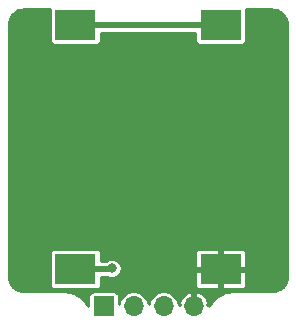
<source format=gbr>
%TF.GenerationSoftware,KiCad,Pcbnew,(5.1.6)-1*%
%TF.CreationDate,2022-09-21T14:30:55-04:00*%
%TF.ProjectId,EXT_BATT_4.5,4558545f-4241-4545-945f-342e352e6b69,rev?*%
%TF.SameCoordinates,Original*%
%TF.FileFunction,Copper,L2,Bot*%
%TF.FilePolarity,Positive*%
%FSLAX46Y46*%
G04 Gerber Fmt 4.6, Leading zero omitted, Abs format (unit mm)*
G04 Created by KiCad (PCBNEW (5.1.6)-1) date 2022-09-21 14:30:55*
%MOMM*%
%LPD*%
G01*
G04 APERTURE LIST*
%TA.AperFunction,SMDPad,CuDef*%
%ADD10R,3.500000X2.600000*%
%TD*%
%TA.AperFunction,ComponentPad*%
%ADD11R,1.700000X1.700000*%
%TD*%
%TA.AperFunction,ComponentPad*%
%ADD12O,1.700000X1.700000*%
%TD*%
%TA.AperFunction,ViaPad*%
%ADD13C,0.800000*%
%TD*%
%TA.AperFunction,Conductor*%
%ADD14C,0.500000*%
%TD*%
%TA.AperFunction,Conductor*%
%ADD15C,0.254000*%
%TD*%
G04 APERTURE END LIST*
D10*
%TO.P,BT2,2*%
%TO.N,Net-(BT2-Pad2)*%
X123100000Y-77950000D03*
%TO.P,BT2,1*%
%TO.N,Net-(BT1-Pad2)*%
X123100000Y-98650000D03*
%TD*%
%TO.P,BT3,1*%
%TO.N,Net-(BT2-Pad2)*%
X135400000Y-77950000D03*
%TO.P,BT3,2*%
%TO.N,GND*%
X135400000Y-98650000D03*
%TD*%
D11*
%TO.P,J1,1*%
%TO.N,VDD*%
X125500000Y-101800000D03*
D12*
%TO.P,J1,2*%
%TO.N,Net-(J1-Pad2)*%
X128040000Y-101800000D03*
%TO.P,J1,3*%
%TO.N,Net-(J1-Pad3)*%
X130580000Y-101800000D03*
%TO.P,J1,4*%
%TO.N,GND*%
X133120000Y-101800000D03*
%TD*%
D13*
%TO.N,Net-(BT1-Pad2)*%
X126200000Y-98600000D03*
%TO.N,GND*%
X121149998Y-95400012D03*
%TD*%
D14*
%TO.N,Net-(BT1-Pad2)*%
X123100000Y-98650000D02*
X126150000Y-98650000D01*
X126150000Y-98650000D02*
X126200000Y-98600000D01*
%TO.N,Net-(BT2-Pad2)*%
X135400000Y-77950000D02*
X123100000Y-77950000D01*
%TD*%
D15*
%TO.N,GND*%
G36*
X120920934Y-79250000D02*
G01*
X120929178Y-79333707D01*
X120953595Y-79414196D01*
X120993245Y-79488376D01*
X121046605Y-79553395D01*
X121111624Y-79606755D01*
X121185804Y-79646405D01*
X121266293Y-79670822D01*
X121350000Y-79679066D01*
X124850000Y-79679066D01*
X124933707Y-79670822D01*
X125014196Y-79646405D01*
X125088376Y-79606755D01*
X125153395Y-79553395D01*
X125206755Y-79488376D01*
X125246405Y-79414196D01*
X125270822Y-79333707D01*
X125279066Y-79250000D01*
X125279066Y-78627000D01*
X133220934Y-78627000D01*
X133220934Y-79250000D01*
X133229178Y-79333707D01*
X133253595Y-79414196D01*
X133293245Y-79488376D01*
X133346605Y-79553395D01*
X133411624Y-79606755D01*
X133485804Y-79646405D01*
X133566293Y-79670822D01*
X133650000Y-79679066D01*
X137150000Y-79679066D01*
X137233707Y-79670822D01*
X137314196Y-79646405D01*
X137388376Y-79606755D01*
X137453395Y-79553395D01*
X137506755Y-79488376D01*
X137546405Y-79414196D01*
X137570822Y-79333707D01*
X137579066Y-79250000D01*
X137579066Y-76652000D01*
X139677891Y-76652000D01*
X139961406Y-76679799D01*
X140212855Y-76755715D01*
X140444772Y-76879027D01*
X140648319Y-77045036D01*
X140815746Y-77247420D01*
X140940673Y-77478468D01*
X141018343Y-77729381D01*
X141048001Y-78011552D01*
X141048000Y-99177891D01*
X141020201Y-99461407D01*
X140944283Y-99712858D01*
X140820972Y-99944773D01*
X140654964Y-100148319D01*
X140452578Y-100315747D01*
X140221532Y-100440673D01*
X139970619Y-100518343D01*
X139688458Y-100548000D01*
X136377795Y-100548000D01*
X136357669Y-100549982D01*
X136346467Y-100549904D01*
X136340186Y-100550520D01*
X135990813Y-100587241D01*
X135950669Y-100595481D01*
X135910442Y-100603155D01*
X135904405Y-100604978D01*
X135904399Y-100604979D01*
X135904393Y-100604981D01*
X135568813Y-100708860D01*
X135531056Y-100724731D01*
X135493062Y-100740082D01*
X135487495Y-100743042D01*
X135487491Y-100743044D01*
X135487490Y-100743045D01*
X135178471Y-100910131D01*
X135144519Y-100933032D01*
X135110228Y-100955471D01*
X135105337Y-100959460D01*
X134834657Y-101183386D01*
X134805790Y-101212456D01*
X134776521Y-101241118D01*
X134772498Y-101245981D01*
X134550467Y-101518218D01*
X134527803Y-101552330D01*
X134504652Y-101586141D01*
X134501650Y-101591693D01*
X134397000Y-101788511D01*
X134397000Y-101672998D01*
X134283926Y-101672998D01*
X134355164Y-101475786D01*
X134268180Y-101241047D01*
X134137072Y-101027788D01*
X133966878Y-100844205D01*
X133764139Y-100697353D01*
X133536646Y-100592875D01*
X133444213Y-100564842D01*
X133247000Y-100636662D01*
X133247000Y-101673000D01*
X133267000Y-101673000D01*
X133267000Y-101927000D01*
X133247000Y-101927000D01*
X133247000Y-101947000D01*
X132993000Y-101947000D01*
X132993000Y-101927000D01*
X132973000Y-101927000D01*
X132973000Y-101673000D01*
X132993000Y-101673000D01*
X132993000Y-100636662D01*
X132795787Y-100564842D01*
X132703354Y-100592875D01*
X132475861Y-100697353D01*
X132273122Y-100844205D01*
X132102928Y-101027788D01*
X131971820Y-101241047D01*
X131884836Y-101475786D01*
X131956074Y-101672998D01*
X131856756Y-101672998D01*
X131807926Y-101427513D01*
X131711663Y-101195114D01*
X131571911Y-100985960D01*
X131394040Y-100808089D01*
X131184886Y-100668337D01*
X130952487Y-100572074D01*
X130705774Y-100523000D01*
X130454226Y-100523000D01*
X130207513Y-100572074D01*
X129975114Y-100668337D01*
X129765960Y-100808089D01*
X129588089Y-100985960D01*
X129448337Y-101195114D01*
X129352074Y-101427513D01*
X129310000Y-101639034D01*
X129267926Y-101427513D01*
X129171663Y-101195114D01*
X129031911Y-100985960D01*
X128854040Y-100808089D01*
X128644886Y-100668337D01*
X128412487Y-100572074D01*
X128165774Y-100523000D01*
X127914226Y-100523000D01*
X127667513Y-100572074D01*
X127435114Y-100668337D01*
X127225960Y-100808089D01*
X127048089Y-100985960D01*
X126908337Y-101195114D01*
X126812074Y-101427513D01*
X126779066Y-101593456D01*
X126779066Y-100950000D01*
X126770822Y-100866293D01*
X126746405Y-100785804D01*
X126706755Y-100711624D01*
X126653395Y-100646605D01*
X126588376Y-100593245D01*
X126514196Y-100553595D01*
X126433707Y-100529178D01*
X126350000Y-100520934D01*
X124650000Y-100520934D01*
X124566293Y-100529178D01*
X124485804Y-100553595D01*
X124411624Y-100593245D01*
X124346605Y-100646605D01*
X124293245Y-100711624D01*
X124253595Y-100785804D01*
X124229178Y-100866293D01*
X124220934Y-100950000D01*
X124220934Y-101820871D01*
X124089869Y-101578471D01*
X124066968Y-101544519D01*
X124044529Y-101510228D01*
X124040540Y-101505337D01*
X123816614Y-101234657D01*
X123787544Y-101205790D01*
X123758882Y-101176521D01*
X123754019Y-101172498D01*
X123481782Y-100950467D01*
X123447670Y-100927803D01*
X123413859Y-100904652D01*
X123408310Y-100901651D01*
X123408302Y-100901647D01*
X123098129Y-100736725D01*
X123060240Y-100721108D01*
X123022597Y-100704974D01*
X123016576Y-100703110D01*
X123016570Y-100703108D01*
X123016564Y-100703107D01*
X122680264Y-100601572D01*
X122640059Y-100593611D01*
X122600007Y-100585098D01*
X122593730Y-100584438D01*
X122244108Y-100550157D01*
X122244105Y-100550157D01*
X122222205Y-100548000D01*
X118822109Y-100548000D01*
X118538593Y-100520201D01*
X118287142Y-100444283D01*
X118055227Y-100320972D01*
X117851681Y-100154964D01*
X117684253Y-99952578D01*
X117559327Y-99721532D01*
X117481657Y-99470619D01*
X117452000Y-99188458D01*
X117452000Y-97350000D01*
X120920934Y-97350000D01*
X120920934Y-99950000D01*
X120929178Y-100033707D01*
X120953595Y-100114196D01*
X120993245Y-100188376D01*
X121046605Y-100253395D01*
X121111624Y-100306755D01*
X121185804Y-100346405D01*
X121266293Y-100370822D01*
X121350000Y-100379066D01*
X124850000Y-100379066D01*
X124933707Y-100370822D01*
X125014196Y-100346405D01*
X125088376Y-100306755D01*
X125153395Y-100253395D01*
X125206755Y-100188376D01*
X125246405Y-100114196D01*
X125270822Y-100033707D01*
X125279066Y-99950000D01*
X133220934Y-99950000D01*
X133229178Y-100033707D01*
X133253595Y-100114196D01*
X133293245Y-100188376D01*
X133346605Y-100253395D01*
X133411624Y-100306755D01*
X133485804Y-100346405D01*
X133566293Y-100370822D01*
X133650000Y-100379066D01*
X135166250Y-100377000D01*
X135273000Y-100270250D01*
X135273000Y-98777000D01*
X135527000Y-98777000D01*
X135527000Y-100270250D01*
X135633750Y-100377000D01*
X137150000Y-100379066D01*
X137233707Y-100370822D01*
X137314196Y-100346405D01*
X137388376Y-100306755D01*
X137453395Y-100253395D01*
X137506755Y-100188376D01*
X137546405Y-100114196D01*
X137570822Y-100033707D01*
X137579066Y-99950000D01*
X137577000Y-98883750D01*
X137470250Y-98777000D01*
X135527000Y-98777000D01*
X135273000Y-98777000D01*
X133329750Y-98777000D01*
X133223000Y-98883750D01*
X133220934Y-99950000D01*
X125279066Y-99950000D01*
X125279066Y-99327000D01*
X125799473Y-99327000D01*
X125808269Y-99332877D01*
X125958773Y-99395218D01*
X126118548Y-99427000D01*
X126281452Y-99427000D01*
X126441227Y-99395218D01*
X126591731Y-99332877D01*
X126727181Y-99242372D01*
X126842372Y-99127181D01*
X126932877Y-98991731D01*
X126995218Y-98841227D01*
X127027000Y-98681452D01*
X127027000Y-98518548D01*
X126995218Y-98358773D01*
X126932877Y-98208269D01*
X126842372Y-98072819D01*
X126727181Y-97957628D01*
X126591731Y-97867123D01*
X126441227Y-97804782D01*
X126281452Y-97773000D01*
X126118548Y-97773000D01*
X125958773Y-97804782D01*
X125808269Y-97867123D01*
X125672819Y-97957628D01*
X125657447Y-97973000D01*
X125279066Y-97973000D01*
X125279066Y-97350000D01*
X133220934Y-97350000D01*
X133223000Y-98416250D01*
X133329750Y-98523000D01*
X135273000Y-98523000D01*
X135273000Y-97029750D01*
X135527000Y-97029750D01*
X135527000Y-98523000D01*
X137470250Y-98523000D01*
X137577000Y-98416250D01*
X137579066Y-97350000D01*
X137570822Y-97266293D01*
X137546405Y-97185804D01*
X137506755Y-97111624D01*
X137453395Y-97046605D01*
X137388376Y-96993245D01*
X137314196Y-96953595D01*
X137233707Y-96929178D01*
X137150000Y-96920934D01*
X135633750Y-96923000D01*
X135527000Y-97029750D01*
X135273000Y-97029750D01*
X135166250Y-96923000D01*
X133650000Y-96920934D01*
X133566293Y-96929178D01*
X133485804Y-96953595D01*
X133411624Y-96993245D01*
X133346605Y-97046605D01*
X133293245Y-97111624D01*
X133253595Y-97185804D01*
X133229178Y-97266293D01*
X133220934Y-97350000D01*
X125279066Y-97350000D01*
X125270822Y-97266293D01*
X125246405Y-97185804D01*
X125206755Y-97111624D01*
X125153395Y-97046605D01*
X125088376Y-96993245D01*
X125014196Y-96953595D01*
X124933707Y-96929178D01*
X124850000Y-96920934D01*
X121350000Y-96920934D01*
X121266293Y-96929178D01*
X121185804Y-96953595D01*
X121111624Y-96993245D01*
X121046605Y-97046605D01*
X120993245Y-97111624D01*
X120953595Y-97185804D01*
X120929178Y-97266293D01*
X120920934Y-97350000D01*
X117452000Y-97350000D01*
X117452000Y-78022109D01*
X117479799Y-77738594D01*
X117555715Y-77487145D01*
X117679027Y-77255228D01*
X117845036Y-77051681D01*
X118047420Y-76884254D01*
X118278468Y-76759327D01*
X118529381Y-76681657D01*
X118811542Y-76652000D01*
X120920934Y-76652000D01*
X120920934Y-79250000D01*
G37*
X120920934Y-79250000D02*
X120929178Y-79333707D01*
X120953595Y-79414196D01*
X120993245Y-79488376D01*
X121046605Y-79553395D01*
X121111624Y-79606755D01*
X121185804Y-79646405D01*
X121266293Y-79670822D01*
X121350000Y-79679066D01*
X124850000Y-79679066D01*
X124933707Y-79670822D01*
X125014196Y-79646405D01*
X125088376Y-79606755D01*
X125153395Y-79553395D01*
X125206755Y-79488376D01*
X125246405Y-79414196D01*
X125270822Y-79333707D01*
X125279066Y-79250000D01*
X125279066Y-78627000D01*
X133220934Y-78627000D01*
X133220934Y-79250000D01*
X133229178Y-79333707D01*
X133253595Y-79414196D01*
X133293245Y-79488376D01*
X133346605Y-79553395D01*
X133411624Y-79606755D01*
X133485804Y-79646405D01*
X133566293Y-79670822D01*
X133650000Y-79679066D01*
X137150000Y-79679066D01*
X137233707Y-79670822D01*
X137314196Y-79646405D01*
X137388376Y-79606755D01*
X137453395Y-79553395D01*
X137506755Y-79488376D01*
X137546405Y-79414196D01*
X137570822Y-79333707D01*
X137579066Y-79250000D01*
X137579066Y-76652000D01*
X139677891Y-76652000D01*
X139961406Y-76679799D01*
X140212855Y-76755715D01*
X140444772Y-76879027D01*
X140648319Y-77045036D01*
X140815746Y-77247420D01*
X140940673Y-77478468D01*
X141018343Y-77729381D01*
X141048001Y-78011552D01*
X141048000Y-99177891D01*
X141020201Y-99461407D01*
X140944283Y-99712858D01*
X140820972Y-99944773D01*
X140654964Y-100148319D01*
X140452578Y-100315747D01*
X140221532Y-100440673D01*
X139970619Y-100518343D01*
X139688458Y-100548000D01*
X136377795Y-100548000D01*
X136357669Y-100549982D01*
X136346467Y-100549904D01*
X136340186Y-100550520D01*
X135990813Y-100587241D01*
X135950669Y-100595481D01*
X135910442Y-100603155D01*
X135904405Y-100604978D01*
X135904399Y-100604979D01*
X135904393Y-100604981D01*
X135568813Y-100708860D01*
X135531056Y-100724731D01*
X135493062Y-100740082D01*
X135487495Y-100743042D01*
X135487491Y-100743044D01*
X135487490Y-100743045D01*
X135178471Y-100910131D01*
X135144519Y-100933032D01*
X135110228Y-100955471D01*
X135105337Y-100959460D01*
X134834657Y-101183386D01*
X134805790Y-101212456D01*
X134776521Y-101241118D01*
X134772498Y-101245981D01*
X134550467Y-101518218D01*
X134527803Y-101552330D01*
X134504652Y-101586141D01*
X134501650Y-101591693D01*
X134397000Y-101788511D01*
X134397000Y-101672998D01*
X134283926Y-101672998D01*
X134355164Y-101475786D01*
X134268180Y-101241047D01*
X134137072Y-101027788D01*
X133966878Y-100844205D01*
X133764139Y-100697353D01*
X133536646Y-100592875D01*
X133444213Y-100564842D01*
X133247000Y-100636662D01*
X133247000Y-101673000D01*
X133267000Y-101673000D01*
X133267000Y-101927000D01*
X133247000Y-101927000D01*
X133247000Y-101947000D01*
X132993000Y-101947000D01*
X132993000Y-101927000D01*
X132973000Y-101927000D01*
X132973000Y-101673000D01*
X132993000Y-101673000D01*
X132993000Y-100636662D01*
X132795787Y-100564842D01*
X132703354Y-100592875D01*
X132475861Y-100697353D01*
X132273122Y-100844205D01*
X132102928Y-101027788D01*
X131971820Y-101241047D01*
X131884836Y-101475786D01*
X131956074Y-101672998D01*
X131856756Y-101672998D01*
X131807926Y-101427513D01*
X131711663Y-101195114D01*
X131571911Y-100985960D01*
X131394040Y-100808089D01*
X131184886Y-100668337D01*
X130952487Y-100572074D01*
X130705774Y-100523000D01*
X130454226Y-100523000D01*
X130207513Y-100572074D01*
X129975114Y-100668337D01*
X129765960Y-100808089D01*
X129588089Y-100985960D01*
X129448337Y-101195114D01*
X129352074Y-101427513D01*
X129310000Y-101639034D01*
X129267926Y-101427513D01*
X129171663Y-101195114D01*
X129031911Y-100985960D01*
X128854040Y-100808089D01*
X128644886Y-100668337D01*
X128412487Y-100572074D01*
X128165774Y-100523000D01*
X127914226Y-100523000D01*
X127667513Y-100572074D01*
X127435114Y-100668337D01*
X127225960Y-100808089D01*
X127048089Y-100985960D01*
X126908337Y-101195114D01*
X126812074Y-101427513D01*
X126779066Y-101593456D01*
X126779066Y-100950000D01*
X126770822Y-100866293D01*
X126746405Y-100785804D01*
X126706755Y-100711624D01*
X126653395Y-100646605D01*
X126588376Y-100593245D01*
X126514196Y-100553595D01*
X126433707Y-100529178D01*
X126350000Y-100520934D01*
X124650000Y-100520934D01*
X124566293Y-100529178D01*
X124485804Y-100553595D01*
X124411624Y-100593245D01*
X124346605Y-100646605D01*
X124293245Y-100711624D01*
X124253595Y-100785804D01*
X124229178Y-100866293D01*
X124220934Y-100950000D01*
X124220934Y-101820871D01*
X124089869Y-101578471D01*
X124066968Y-101544519D01*
X124044529Y-101510228D01*
X124040540Y-101505337D01*
X123816614Y-101234657D01*
X123787544Y-101205790D01*
X123758882Y-101176521D01*
X123754019Y-101172498D01*
X123481782Y-100950467D01*
X123447670Y-100927803D01*
X123413859Y-100904652D01*
X123408310Y-100901651D01*
X123408302Y-100901647D01*
X123098129Y-100736725D01*
X123060240Y-100721108D01*
X123022597Y-100704974D01*
X123016576Y-100703110D01*
X123016570Y-100703108D01*
X123016564Y-100703107D01*
X122680264Y-100601572D01*
X122640059Y-100593611D01*
X122600007Y-100585098D01*
X122593730Y-100584438D01*
X122244108Y-100550157D01*
X122244105Y-100550157D01*
X122222205Y-100548000D01*
X118822109Y-100548000D01*
X118538593Y-100520201D01*
X118287142Y-100444283D01*
X118055227Y-100320972D01*
X117851681Y-100154964D01*
X117684253Y-99952578D01*
X117559327Y-99721532D01*
X117481657Y-99470619D01*
X117452000Y-99188458D01*
X117452000Y-97350000D01*
X120920934Y-97350000D01*
X120920934Y-99950000D01*
X120929178Y-100033707D01*
X120953595Y-100114196D01*
X120993245Y-100188376D01*
X121046605Y-100253395D01*
X121111624Y-100306755D01*
X121185804Y-100346405D01*
X121266293Y-100370822D01*
X121350000Y-100379066D01*
X124850000Y-100379066D01*
X124933707Y-100370822D01*
X125014196Y-100346405D01*
X125088376Y-100306755D01*
X125153395Y-100253395D01*
X125206755Y-100188376D01*
X125246405Y-100114196D01*
X125270822Y-100033707D01*
X125279066Y-99950000D01*
X133220934Y-99950000D01*
X133229178Y-100033707D01*
X133253595Y-100114196D01*
X133293245Y-100188376D01*
X133346605Y-100253395D01*
X133411624Y-100306755D01*
X133485804Y-100346405D01*
X133566293Y-100370822D01*
X133650000Y-100379066D01*
X135166250Y-100377000D01*
X135273000Y-100270250D01*
X135273000Y-98777000D01*
X135527000Y-98777000D01*
X135527000Y-100270250D01*
X135633750Y-100377000D01*
X137150000Y-100379066D01*
X137233707Y-100370822D01*
X137314196Y-100346405D01*
X137388376Y-100306755D01*
X137453395Y-100253395D01*
X137506755Y-100188376D01*
X137546405Y-100114196D01*
X137570822Y-100033707D01*
X137579066Y-99950000D01*
X137577000Y-98883750D01*
X137470250Y-98777000D01*
X135527000Y-98777000D01*
X135273000Y-98777000D01*
X133329750Y-98777000D01*
X133223000Y-98883750D01*
X133220934Y-99950000D01*
X125279066Y-99950000D01*
X125279066Y-99327000D01*
X125799473Y-99327000D01*
X125808269Y-99332877D01*
X125958773Y-99395218D01*
X126118548Y-99427000D01*
X126281452Y-99427000D01*
X126441227Y-99395218D01*
X126591731Y-99332877D01*
X126727181Y-99242372D01*
X126842372Y-99127181D01*
X126932877Y-98991731D01*
X126995218Y-98841227D01*
X127027000Y-98681452D01*
X127027000Y-98518548D01*
X126995218Y-98358773D01*
X126932877Y-98208269D01*
X126842372Y-98072819D01*
X126727181Y-97957628D01*
X126591731Y-97867123D01*
X126441227Y-97804782D01*
X126281452Y-97773000D01*
X126118548Y-97773000D01*
X125958773Y-97804782D01*
X125808269Y-97867123D01*
X125672819Y-97957628D01*
X125657447Y-97973000D01*
X125279066Y-97973000D01*
X125279066Y-97350000D01*
X133220934Y-97350000D01*
X133223000Y-98416250D01*
X133329750Y-98523000D01*
X135273000Y-98523000D01*
X135273000Y-97029750D01*
X135527000Y-97029750D01*
X135527000Y-98523000D01*
X137470250Y-98523000D01*
X137577000Y-98416250D01*
X137579066Y-97350000D01*
X137570822Y-97266293D01*
X137546405Y-97185804D01*
X137506755Y-97111624D01*
X137453395Y-97046605D01*
X137388376Y-96993245D01*
X137314196Y-96953595D01*
X137233707Y-96929178D01*
X137150000Y-96920934D01*
X135633750Y-96923000D01*
X135527000Y-97029750D01*
X135273000Y-97029750D01*
X135166250Y-96923000D01*
X133650000Y-96920934D01*
X133566293Y-96929178D01*
X133485804Y-96953595D01*
X133411624Y-96993245D01*
X133346605Y-97046605D01*
X133293245Y-97111624D01*
X133253595Y-97185804D01*
X133229178Y-97266293D01*
X133220934Y-97350000D01*
X125279066Y-97350000D01*
X125270822Y-97266293D01*
X125246405Y-97185804D01*
X125206755Y-97111624D01*
X125153395Y-97046605D01*
X125088376Y-96993245D01*
X125014196Y-96953595D01*
X124933707Y-96929178D01*
X124850000Y-96920934D01*
X121350000Y-96920934D01*
X121266293Y-96929178D01*
X121185804Y-96953595D01*
X121111624Y-96993245D01*
X121046605Y-97046605D01*
X120993245Y-97111624D01*
X120953595Y-97185804D01*
X120929178Y-97266293D01*
X120920934Y-97350000D01*
X117452000Y-97350000D01*
X117452000Y-78022109D01*
X117479799Y-77738594D01*
X117555715Y-77487145D01*
X117679027Y-77255228D01*
X117845036Y-77051681D01*
X118047420Y-76884254D01*
X118278468Y-76759327D01*
X118529381Y-76681657D01*
X118811542Y-76652000D01*
X120920934Y-76652000D01*
X120920934Y-79250000D01*
%TD*%
M02*

</source>
